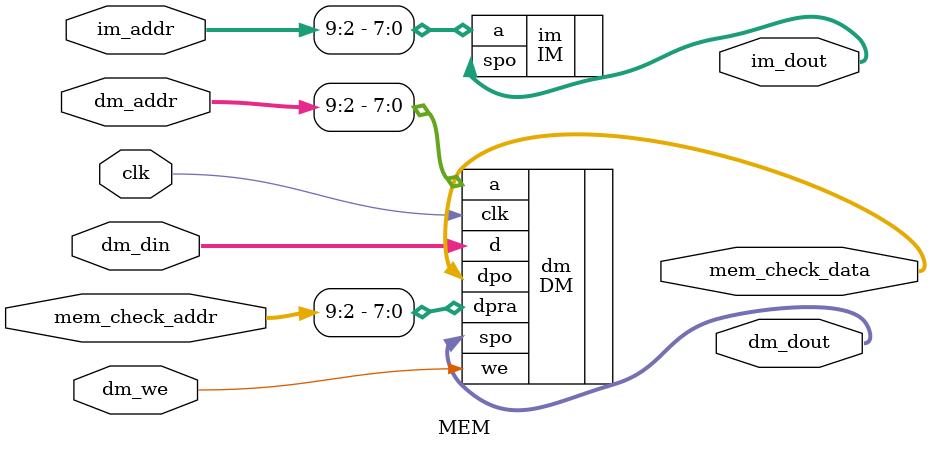
<source format=v>
module MEM(
    input clk,

    // MEM Data BUS with CPU
	//指令存储器端口
    input [31:0] im_addr,
    output [31:0] im_dout,
	
	//数据存储器端口
    input  [31:0] dm_addr,
    input dm_we,
    input  [31:0] dm_din,
    output [31:0] dm_dout,

    // MEM Debug BUS
    input [31:0] mem_check_addr,
    output [31:0] mem_check_data
);
   
   // TODO
DM dm
(
  .a(dm_addr[9:2]),        // input wire [7 : 0] a
  .d(dm_din),        // input wire [31 : 0] d
  .dpra(mem_check_addr[9:2]),  // input wire [7 : 0] dpra
  .clk(clk),    // input wire clk
  .we(dm_we),      // input wire we
  .spo(dm_dout),    // output wire [31 : 0] spo
  .dpo(mem_check_data)    // output wire [31 : 0] dpo
);

IM im
(
  .a(im_addr[9:2]),      // input wire [7 : 0] a
  .spo(im_dout)  // output wire [31 : 0] spo
);
endmodule
</source>
